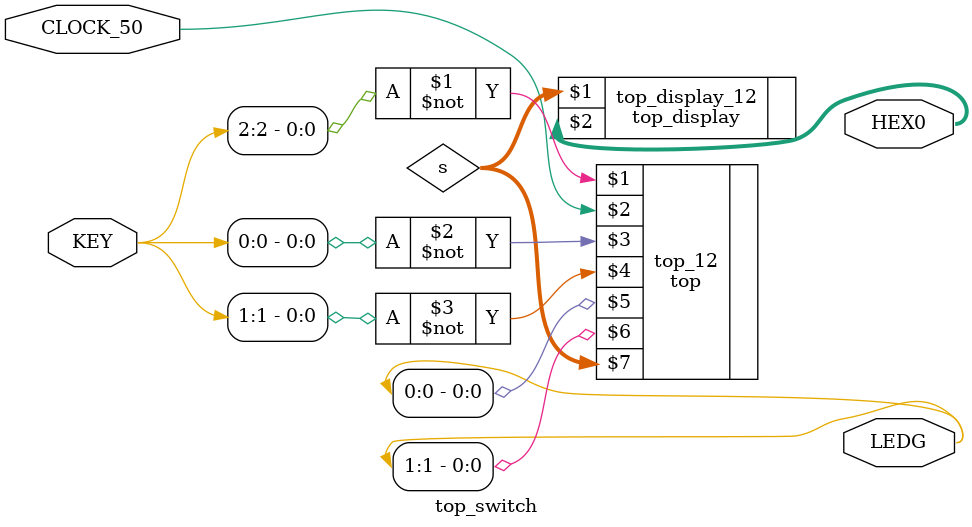
<source format=v>
module top_switch(
	input wire CLOCK_50,
	input wire [2:0] KEY,
	output wire [1:0] LEDG,
	output wire [6:0] HEX0);
	
	wire [1:0] s;
	
	top top_12(~KEY[2],CLOCK_50, ~KEY[0], ~KEY[1], LEDG[0], LEDG[1], s);
	top_display top_display_12(s, HEX0);
	
endmodule
</source>
